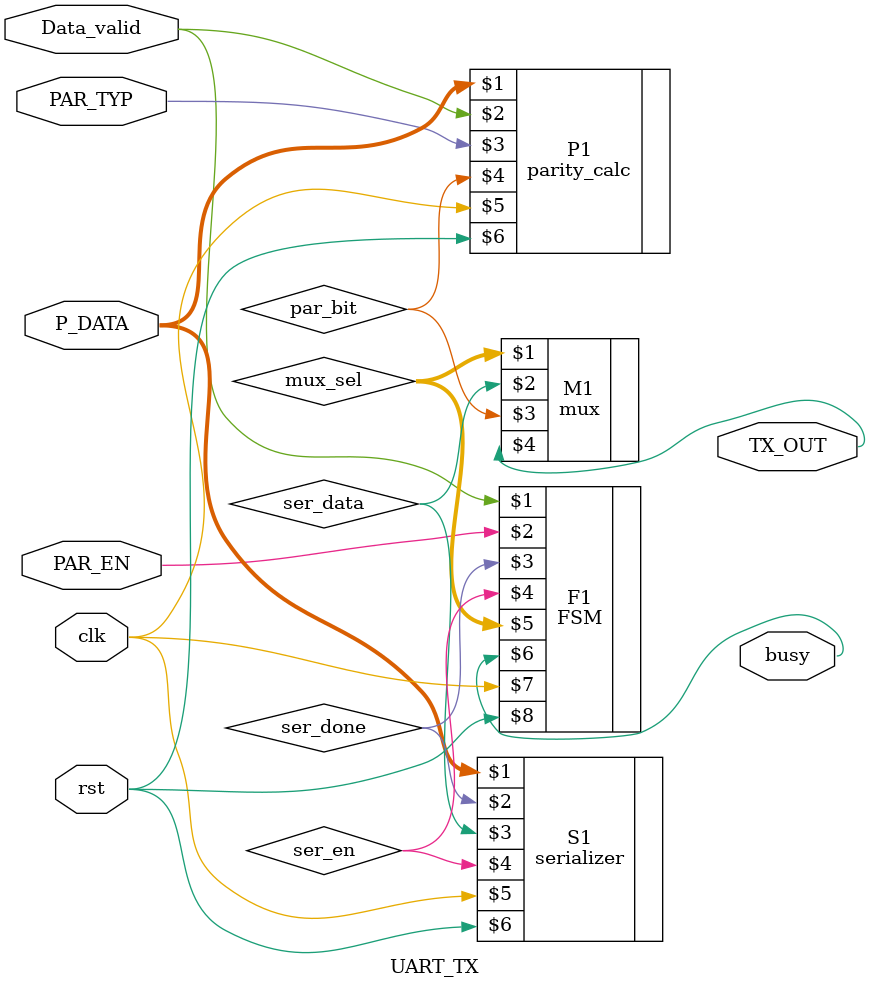
<source format=v>
module UART_TX (P_DATA , Data_valid , PAR_EN , PAR_TYP , TX_OUT , busy , clk , rst);
input [7:0] P_DATA;
input Data_valid , PAR_EN , PAR_TYP;
input clk , rst;
output TX_OUT , busy;

wire [1:0] mux_sel;
wire ser_done , ser_en;
wire par_bit , ser_data; 

FSM F1 (Data_valid , PAR_EN , ser_done , ser_en , mux_sel , busy , clk , rst);
serializer S1 (P_DATA , ser_done , ser_data , ser_en , clk , rst);
parity_calc P1 (P_DATA , Data_valid , PAR_TYP , par_bit , clk , rst);
mux M1 (mux_sel , ser_data , par_bit , TX_OUT);

endmodule

</source>
